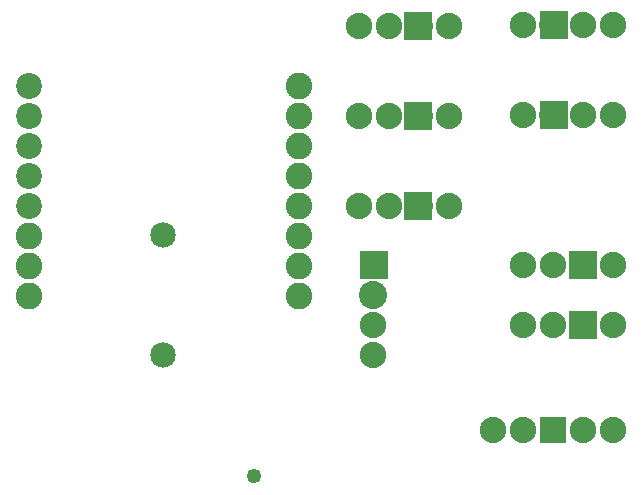
<source format=gbs>
G04 MADE WITH FRITZING*
G04 WWW.FRITZING.ORG*
G04 DOUBLE SIDED*
G04 HOLES PLATED*
G04 CONTOUR ON CENTER OF CONTOUR VECTOR*
%ASAXBY*%
%FSLAX23Y23*%
%MOIN*%
%OFA0B0*%
%SFA1.0B1.0*%
%ADD10C,0.085000*%
%ADD11C,0.088000*%
%ADD12C,0.094141*%
%ADD13C,0.049370*%
%ADD14C,0.086389*%
%ADD15C,0.089166*%
%ADD16R,0.094375X0.094375*%
%ADD17R,0.093333X0.093333*%
%ADD18R,0.088000X0.088000*%
%LNMASK0*%
G90*
G70*
G54D10*
X805Y1246D03*
X805Y846D03*
G54D11*
X2005Y1646D03*
G54D12*
X2105Y1646D03*
G54D11*
X2205Y1646D03*
X2305Y1646D03*
X2005Y1946D03*
G54D12*
X2105Y1946D03*
G54D11*
X2205Y1946D03*
X2305Y1946D03*
X2305Y1146D03*
G54D12*
X2205Y1146D03*
G54D11*
X2105Y1146D03*
X2005Y1146D03*
X1756Y1645D03*
G54D12*
X1656Y1645D03*
G54D11*
X1556Y1645D03*
X1456Y1645D03*
X1756Y1345D03*
G54D12*
X1656Y1345D03*
G54D11*
X1556Y1345D03*
X1456Y1345D03*
X1756Y1945D03*
G54D12*
X1656Y1945D03*
G54D11*
X1556Y1945D03*
X1456Y1945D03*
X2305Y946D03*
G54D12*
X2205Y946D03*
G54D11*
X2105Y946D03*
X2005Y946D03*
X1505Y1146D03*
G54D12*
X1505Y1046D03*
G54D11*
X1505Y946D03*
X1505Y846D03*
X2305Y596D03*
X2205Y596D03*
X2105Y596D03*
X2005Y596D03*
X1905Y596D03*
G54D13*
X1106Y445D03*
G54D14*
X356Y1745D03*
X356Y1645D03*
X356Y1545D03*
X356Y1445D03*
X356Y1345D03*
G54D15*
X356Y1245D03*
X356Y1145D03*
X356Y1045D03*
X1257Y1045D03*
X1257Y1145D03*
X1257Y1245D03*
X1257Y1345D03*
X1257Y1445D03*
X1257Y1545D03*
X1257Y1645D03*
X1257Y1745D03*
G54D16*
X2106Y1646D03*
X2106Y1946D03*
X2205Y1146D03*
X1655Y1645D03*
X1655Y1345D03*
X1655Y1945D03*
X2205Y946D03*
G54D17*
X1506Y1146D03*
G54D18*
X2105Y596D03*
G04 End of Mask0*
M02*
</source>
